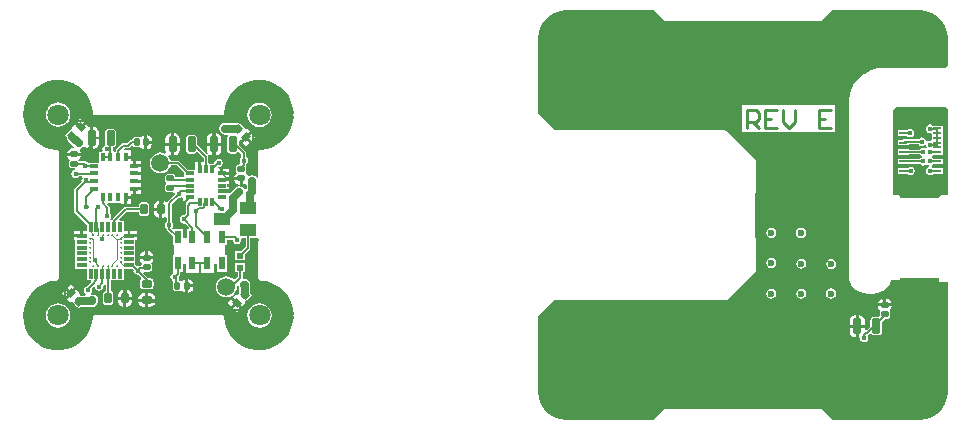
<source format=gtl>
G04 Layer_Physical_Order=1*
G04 Layer_Color=255*
%FSAX42Y42*%
%MOMM*%
G71*
G01*
G75*
G04:AMPARAMS|DCode=10|XSize=0.23mm|YSize=0.23mm|CornerRadius=0.06mm|HoleSize=0mm|Usage=FLASHONLY|Rotation=180.000|XOffset=0mm|YOffset=0mm|HoleType=Round|Shape=RoundedRectangle|*
%AMROUNDEDRECTD10*
21,1,0.23,0.11,0,0,180.0*
21,1,0.11,0.23,0,0,180.0*
1,1,0.11,-0.06,0.06*
1,1,0.11,0.06,0.06*
1,1,0.11,0.06,-0.06*
1,1,0.11,-0.06,-0.06*
%
%ADD10ROUNDEDRECTD10*%
G04:AMPARAMS|DCode=11|XSize=0.23mm|YSize=0.23mm|CornerRadius=0.06mm|HoleSize=0mm|Usage=FLASHONLY|Rotation=90.000|XOffset=0mm|YOffset=0mm|HoleType=Round|Shape=RoundedRectangle|*
%AMROUNDEDRECTD11*
21,1,0.23,0.11,0,0,90.0*
21,1,0.11,0.23,0,0,90.0*
1,1,0.11,0.06,0.06*
1,1,0.11,0.06,-0.06*
1,1,0.11,-0.06,-0.06*
1,1,0.11,-0.06,0.06*
%
%ADD11ROUNDEDRECTD11*%
%ADD12R,0.81X0.30*%
%ADD13R,0.30X0.81*%
%ADD14R,1.42X1.02*%
%ADD15R,0.61X0.51*%
G04:AMPARAMS|DCode=16|XSize=0.51mm|YSize=0.61mm|CornerRadius=0mm|HoleSize=0mm|Usage=FLASHONLY|Rotation=225.000|XOffset=0mm|YOffset=0mm|HoleType=Round|Shape=Rectangle|*
%AMROTATEDRECTD16*
4,1,4,-0.04,0.40,0.40,-0.04,0.04,-0.40,-0.40,0.04,-0.04,0.40,0.0*
%
%ADD16ROTATEDRECTD16*%

G04:AMPARAMS|DCode=17|XSize=0.51mm|YSize=0.61mm|CornerRadius=0mm|HoleSize=0mm|Usage=FLASHONLY|Rotation=315.000|XOffset=0mm|YOffset=0mm|HoleType=Round|Shape=Rectangle|*
%AMROTATEDRECTD17*
4,1,4,-0.40,-0.04,0.04,0.40,0.40,0.04,-0.04,-0.40,-0.40,-0.04,0.0*
%
%ADD17ROTATEDRECTD17*%

G04:AMPARAMS|DCode=18|XSize=0.51mm|YSize=0.61mm|CornerRadius=0.13mm|HoleSize=0mm|Usage=FLASHONLY|Rotation=90.000|XOffset=0mm|YOffset=0mm|HoleType=Round|Shape=RoundedRectangle|*
%AMROUNDEDRECTD18*
21,1,0.51,0.36,0,0,90.0*
21,1,0.25,0.61,0,0,90.0*
1,1,0.25,0.18,0.13*
1,1,0.25,0.18,-0.13*
1,1,0.25,-0.18,-0.13*
1,1,0.25,-0.18,0.13*
%
%ADD18ROUNDEDRECTD18*%
G04:AMPARAMS|DCode=19|XSize=0.61mm|YSize=0.91mm|CornerRadius=0.15mm|HoleSize=0mm|Usage=FLASHONLY|Rotation=270.000|XOffset=0mm|YOffset=0mm|HoleType=Round|Shape=RoundedRectangle|*
%AMROUNDEDRECTD19*
21,1,0.61,0.61,0,0,270.0*
21,1,0.30,0.91,0,0,270.0*
1,1,0.30,-0.30,-0.15*
1,1,0.30,-0.30,0.15*
1,1,0.30,0.30,0.15*
1,1,0.30,0.30,-0.15*
%
%ADD19ROUNDEDRECTD19*%
G04:AMPARAMS|DCode=20|XSize=0.61mm|YSize=0.91mm|CornerRadius=0.15mm|HoleSize=0mm|Usage=FLASHONLY|Rotation=0.000|XOffset=0mm|YOffset=0mm|HoleType=Round|Shape=RoundedRectangle|*
%AMROUNDEDRECTD20*
21,1,0.61,0.61,0,0,0.0*
21,1,0.30,0.91,0,0,0.0*
1,1,0.30,0.15,-0.30*
1,1,0.30,-0.15,-0.30*
1,1,0.30,-0.15,0.30*
1,1,0.30,0.15,0.30*
%
%ADD20ROUNDEDRECTD20*%
G04:AMPARAMS|DCode=21|XSize=0.71mm|YSize=1.32mm|CornerRadius=0.18mm|HoleSize=0mm|Usage=FLASHONLY|Rotation=180.000|XOffset=0mm|YOffset=0mm|HoleType=Round|Shape=RoundedRectangle|*
%AMROUNDEDRECTD21*
21,1,0.71,0.97,0,0,180.0*
21,1,0.36,1.32,0,0,180.0*
1,1,0.36,-0.18,0.48*
1,1,0.36,0.18,0.48*
1,1,0.36,0.18,-0.48*
1,1,0.36,-0.18,-0.48*
%
%ADD21ROUNDEDRECTD21*%
G04:AMPARAMS|DCode=22|XSize=0.51mm|YSize=0.61mm|CornerRadius=0.13mm|HoleSize=0mm|Usage=FLASHONLY|Rotation=0.000|XOffset=0mm|YOffset=0mm|HoleType=Round|Shape=RoundedRectangle|*
%AMROUNDEDRECTD22*
21,1,0.51,0.36,0,0,0.0*
21,1,0.25,0.61,0,0,0.0*
1,1,0.25,0.13,-0.18*
1,1,0.25,-0.13,-0.18*
1,1,0.25,-0.13,0.18*
1,1,0.25,0.13,0.18*
%
%ADD22ROUNDEDRECTD22*%
%ADD23R,0.70X0.20*%
%ADD24R,0.66X0.30*%
%ADD25R,0.30X0.66*%
%ADD26R,0.61X1.12*%
%ADD27C,0.12*%
%ADD28C,0.15*%
%ADD29C,0.70*%
%ADD30C,1.00*%
%ADD31C,0.25*%
%ADD32C,1.80*%
%ADD33C,4.10*%
%ADD34C,0.45*%
%ADD35C,1.50*%
%ADD36C,0.60*%
G36*
X013432Y007396D02*
Y006669D01*
X013375D01*
X013365Y006665D01*
X013361Y006655D01*
Y006643D01*
X013032D01*
Y006655D01*
X013028Y006665D01*
X013019Y006669D01*
X012965D01*
Y007371D01*
X012966Y007381D01*
X012970Y007390D01*
X012975Y007397D01*
X012988Y007407D01*
X013003Y007413D01*
X013020Y007415D01*
X013414D01*
X013432Y007396D01*
D02*
G37*
G36*
X006955Y006645D02*
Y006609D01*
X006975D01*
X006979Y006606D01*
X006986Y006596D01*
X006981Y006589D01*
X006980Y006581D01*
Y006508D01*
X006970Y006499D01*
X006966Y006500D01*
X006953Y006497D01*
X006941Y006490D01*
X006933Y006478D01*
X006930Y006464D01*
X006933Y006450D01*
X006941Y006439D01*
X006953Y006431D01*
X006966Y006428D01*
X006972Y006429D01*
X007008Y006393D01*
X007003Y006380D01*
X006993D01*
Y006304D01*
X006955D01*
Y006380D01*
X006875D01*
X006867Y006391D01*
X006873Y006400D01*
X006876Y006414D01*
X006873Y006427D01*
X006866Y006439D01*
X006861Y006442D01*
Y006590D01*
X006916Y006645D01*
X006921Y006644D01*
X006935Y006647D01*
X006942Y006651D01*
X006955Y006645D01*
D02*
G37*
G36*
X005974Y007636D02*
X006025Y007618D01*
X006072Y007591D01*
X006112Y007556D01*
X006146Y007514D01*
X006172Y007467D01*
X006189Y007415D01*
X006196Y007360D01*
X006197Y007358D01*
X006197Y007356D01*
X006198Y007355D01*
X006198Y007354D01*
X006199Y007353D01*
X006201Y007351D01*
X006202Y007350D01*
X006202Y007349D01*
X006204Y007348D01*
X006206Y007347D01*
X006207Y007347D01*
X006208Y007346D01*
X006210Y007346D01*
X006213Y007346D01*
X007288Y007346D01*
X007290Y007346D01*
X007292Y007346D01*
X007293Y007347D01*
X007294Y007347D01*
X007296Y007348D01*
X007298Y007349D01*
X007299Y007350D01*
X007300Y007351D01*
X007301Y007353D01*
X007302Y007354D01*
X007303Y007355D01*
X007303Y007356D01*
X007304Y007358D01*
X007304Y007360D01*
X007312Y007415D01*
X007328Y007466D01*
X007354Y007513D01*
X007388Y007555D01*
X007428Y007590D01*
X007475Y007617D01*
X007525Y007635D01*
X007578Y007643D01*
X007632Y007642D01*
X007684Y007632D01*
X007734Y007612D01*
X007779Y007583D01*
X007819Y007547D01*
X007851Y007504D01*
X007875Y007456D01*
X007889Y007404D01*
X007894Y007356D01*
X007894Y007356D01*
X007894Y007355D01*
X007893Y007354D01*
X007893Y007354D01*
X007893Y007353D01*
X007893Y007353D01*
X007893Y007352D01*
X007893Y007351D01*
X007893Y007351D01*
X007893Y007350D01*
X007893Y007350D01*
X007893Y007349D01*
X007893Y007349D01*
X007893Y007348D01*
X007893Y007347D01*
X007893Y007347D01*
X007893Y007346D01*
X007893Y007346D01*
X007893Y007345D01*
X007893Y007345D01*
X007893Y007344D01*
X007894Y007343D01*
X007894Y007343D01*
X007894Y007342D01*
X007889Y007292D01*
X007873Y007238D01*
X007847Y007188D01*
X007812Y007144D01*
X007769Y007108D01*
X007720Y007080D01*
X007667Y007062D01*
X007610Y007054D01*
X007608Y007053D01*
X007606Y007053D01*
X007605Y007052D01*
X007604Y007052D01*
X007602Y007051D01*
X007600Y007049D01*
X007600Y007048D01*
X007599Y007048D01*
X007598Y007046D01*
X007597Y007044D01*
X007596Y007043D01*
X007596Y007042D01*
X007596Y007040D01*
X007595Y007037D01*
Y006822D01*
X007583Y006818D01*
X007580Y006822D01*
X007564Y006833D01*
X007546Y006836D01*
X007527Y006833D01*
X007519Y006827D01*
X007505Y006833D01*
X007504Y006838D01*
X007495Y006850D01*
X007495Y006851D01*
X007492Y006867D01*
X007494Y006877D01*
Y006903D01*
X007492Y006913D01*
X007491Y006914D01*
X007492Y006915D01*
X007493Y006923D01*
Y006934D01*
X007498Y006937D01*
X007506Y006948D01*
X007509Y006962D01*
X007506Y006976D01*
X007498Y006988D01*
X007493Y006991D01*
Y007022D01*
X007492Y007030D01*
X007487Y007037D01*
X007429Y007095D01*
Y007128D01*
X007441Y007133D01*
X007446Y007128D01*
X007485Y007167D01*
X007525Y007207D01*
X007498Y007234D01*
X007490Y007226D01*
X007480Y007233D01*
X007480Y007234D01*
X007468Y007245D01*
X007468Y007248D01*
X007457Y007264D01*
X007441Y007274D01*
X007438Y007275D01*
X007426Y007287D01*
X007417Y007278D01*
X007326D01*
X007312Y007281D01*
X007293Y007277D01*
X007277Y007267D01*
X007267Y007251D01*
X007263Y007232D01*
X007267Y007214D01*
X007277Y007198D01*
X007280Y007195D01*
X007280Y007195D01*
X007296Y007185D01*
X007315Y007181D01*
X007315Y007181D01*
X007333D01*
X007337Y007176D01*
X007339Y007168D01*
X007334Y007160D01*
X007331Y007148D01*
Y007052D01*
X007334Y007040D01*
X007340Y007030D01*
X007350Y007023D01*
X007362Y007021D01*
X007398D01*
X007410Y007023D01*
X007420Y007030D01*
X007421Y007031D01*
X007433Y007032D01*
X007452Y007014D01*
Y006991D01*
X007447Y006988D01*
X007440Y006976D01*
X007437Y006962D01*
X007440Y006948D01*
X007444Y006941D01*
X007438Y006929D01*
X007432D01*
X007422Y006927D01*
X007414Y006921D01*
X007408Y006913D01*
X007406Y006903D01*
Y006877D01*
X007408Y006867D01*
X007414Y006859D01*
Y006856D01*
X007405Y006850D01*
X007396Y006838D01*
X007393Y006823D01*
Y006823D01*
X007450D01*
Y006810D01*
X007463D01*
Y006758D01*
X007468D01*
X007483Y006761D01*
X007484Y006763D01*
X007497Y006756D01*
Y006722D01*
X007491Y006717D01*
X007476Y006719D01*
X007470Y006728D01*
X007454Y006739D01*
X007435Y006742D01*
X007417Y006739D01*
X007401Y006728D01*
X007358Y006686D01*
X007354Y006687D01*
X007287D01*
Y006713D01*
X007346D01*
Y006741D01*
X007333D01*
Y006760D01*
X007346D01*
Y006788D01*
X007287D01*
Y006814D01*
X007346D01*
Y006839D01*
X007287D01*
Y006852D01*
X007274D01*
Y006892D01*
X007261D01*
X007255Y006905D01*
X007259Y006909D01*
X007259Y006908D01*
X007273Y006911D01*
X007285Y006919D01*
X007292Y006931D01*
X007295Y006944D01*
X007292Y006958D01*
X007285Y006970D01*
X007273Y006978D01*
X007259Y006980D01*
X007246Y006978D01*
X007234Y006970D01*
X007226Y006958D01*
X007223Y006944D01*
X007224Y006943D01*
X007215Y006933D01*
X007184D01*
X007173Y006942D01*
Y006993D01*
X007172Y007000D01*
X007167Y007007D01*
X007167Y007008D01*
X007179Y007015D01*
X007185Y007011D01*
X007202Y007008D01*
X007207D01*
Y007087D01*
X007158D01*
Y007052D01*
X007162Y007035D01*
X007168Y007026D01*
X007167Y007019D01*
X007160Y007014D01*
X007079Y007095D01*
Y007148D01*
X007076Y007160D01*
X007070Y007170D01*
X007060Y007177D01*
X007048Y007179D01*
X007012D01*
X007000Y007177D01*
X006990Y007170D01*
X006984Y007160D01*
X006981Y007148D01*
Y007052D01*
X006984Y007040D01*
X006990Y007030D01*
X007000Y007023D01*
X007012Y007021D01*
X007048D01*
X007060Y007023D01*
X007070Y007030D01*
X007071Y007031D01*
X007083Y007032D01*
X007132Y006984D01*
Y006949D01*
X007131Y006948D01*
X007131Y006946D01*
X007113D01*
Y006887D01*
X007087D01*
Y006946D01*
X007059D01*
Y006892D01*
X007059Y006880D01*
X007004D01*
X006927Y006956D01*
X006921Y006961D01*
X006913Y006962D01*
X006852D01*
X006852Y006965D01*
X006843Y006986D01*
X006834Y006998D01*
X006841Y007010D01*
X006852Y007008D01*
X006857D01*
Y007087D01*
X006808D01*
Y007052D01*
X006812Y007035D01*
X006814Y007031D01*
X006806Y007020D01*
X006789Y007027D01*
X006767Y007030D01*
X006744Y007027D01*
X006722Y007018D01*
X006704Y007004D01*
X006690Y006986D01*
X006681Y006965D01*
X006678Y006942D01*
X006681Y006919D01*
X006690Y006898D01*
X006704Y006879D01*
X006722Y006865D01*
X006744Y006856D01*
X006767Y006853D01*
X006789Y006856D01*
X006811Y006865D01*
X006829Y006879D01*
X006843Y006898D01*
X006852Y006919D01*
X006852Y006921D01*
X006904D01*
X006967Y006858D01*
Y006821D01*
X006894D01*
Y006824D01*
X006892Y006834D01*
X006886Y006843D01*
X006878Y006848D01*
X006868Y006850D01*
X006833D01*
X006823Y006848D01*
X006814Y006843D01*
X006809Y006834D01*
X006807Y006824D01*
Y006799D01*
X006809Y006789D01*
X006814Y006781D01*
X006817Y006779D01*
Y006764D01*
X006814Y006763D01*
X006809Y006754D01*
X006807Y006744D01*
Y006719D01*
X006809Y006709D01*
X006814Y006701D01*
X006823Y006695D01*
X006833Y006693D01*
X006868D01*
X006876Y006695D01*
X006883Y006689D01*
X006887Y006685D01*
X006886Y006680D01*
X006887Y006675D01*
X006827Y006614D01*
X006815Y006610D01*
X006811Y006612D01*
X006801Y006619D01*
X006785Y006622D01*
X006783D01*
Y006550D01*
Y006478D01*
X006785D01*
X006801Y006481D01*
X006807Y006485D01*
X006820Y006478D01*
Y006442D01*
X006815Y006439D01*
X006807Y006427D01*
X006804Y006414D01*
X006807Y006400D01*
X006815Y006388D01*
X006820Y006385D01*
Y006384D01*
X006821Y006376D01*
X006826Y006369D01*
X006869Y006326D01*
Y006243D01*
X006883D01*
Y006159D01*
X006869D01*
Y006021D01*
X006869D01*
X006871Y006009D01*
X006871Y006009D01*
X006861Y006002D01*
X006853Y005990D01*
X006850Y005977D01*
X006853Y005963D01*
X006861Y005951D01*
X006871Y005945D01*
X006871Y005945D01*
X006873Y005939D01*
X006875Y005930D01*
X006873Y005928D01*
X006871Y005918D01*
Y005882D01*
X006873Y005872D01*
X006879Y005864D01*
X006887Y005858D01*
X006897Y005856D01*
X006923D01*
X006933Y005858D01*
X006949Y005855D01*
X006950Y005855D01*
X006962Y005846D01*
X006977Y005843D01*
Y005900D01*
Y005957D01*
X006962Y005954D01*
X006950Y005945D01*
X006949Y005945D01*
X006933Y005942D01*
X006923Y005944D01*
X006921D01*
Y005963D01*
X006920Y005966D01*
X006922Y005977D01*
X006921Y005982D01*
X006927Y005988D01*
X006927Y005988D01*
X006931Y005995D01*
X006933Y006003D01*
X006933Y006003D01*
Y006021D01*
X006955D01*
Y006088D01*
X006981D01*
Y006009D01*
X007092D01*
Y006088D01*
X007107D01*
Y006009D01*
X007218D01*
Y006088D01*
X007244D01*
Y006021D01*
X007331D01*
Y006159D01*
X007315D01*
Y006243D01*
X007331D01*
Y006291D01*
X007379D01*
X007381Y006277D01*
X007389Y006266D01*
X007401Y006258D01*
X007415Y006255D01*
X007428Y006258D01*
X007440Y006266D01*
X007448Y006277D01*
X007450Y006291D01*
X007450Y006295D01*
X007460Y006308D01*
X007487D01*
Y006229D01*
X007451Y006192D01*
X007399D01*
Y006116D01*
X007485D01*
Y006168D01*
X007523Y006205D01*
X007527Y006212D01*
X007529Y006220D01*
Y006308D01*
X007585D01*
X007597Y006298D01*
X007597Y006285D01*
X007597Y006285D01*
X007597Y006285D01*
X007597Y006285D01*
X007596Y006284D01*
X007596Y006284D01*
X007596Y006283D01*
X007596Y006283D01*
X007595Y006282D01*
X007595Y006281D01*
X007595Y006281D01*
X007594Y006280D01*
X007594Y006280D01*
X007594Y006279D01*
X007594Y006279D01*
X007594Y006278D01*
X007594Y006277D01*
X007594Y006277D01*
X007594Y006276D01*
X007594Y006276D01*
X007594Y006275D01*
X007594Y006275D01*
X007594Y006274D01*
X007594Y006273D01*
X007594Y006273D01*
X007594Y006272D01*
X007594Y006272D01*
X007594Y006271D01*
X007594Y006271D01*
X007594Y006270D01*
X007594Y006269D01*
X007594Y006269D01*
X007594Y006268D01*
X007595Y006268D01*
X007595Y006267D01*
X007595Y006267D01*
X007595Y006266D01*
Y005962D01*
X007596Y005960D01*
X007596Y005958D01*
X007596Y005957D01*
X007597Y005956D01*
X007598Y005954D01*
X007599Y005952D01*
X007600Y005951D01*
X007600Y005950D01*
X007602Y005949D01*
X007604Y005948D01*
X007605Y005947D01*
X007606Y005947D01*
X007608Y005946D01*
X007610Y005946D01*
X007667Y005938D01*
X007720Y005920D01*
X007769Y005892D01*
X007812Y005856D01*
X007847Y005812D01*
X007873Y005762D01*
X007889Y005708D01*
X007894Y005657D01*
X007894Y005657D01*
X007894Y005657D01*
X007894Y005656D01*
X007893Y005655D01*
X007893Y005655D01*
X007893Y005654D01*
X007893Y005654D01*
X007893Y005653D01*
X007893Y005652D01*
X007893Y005652D01*
X007893Y005651D01*
X007893Y005651D01*
X007893Y005650D01*
X007893Y005650D01*
X007893Y005649D01*
X007893Y005648D01*
X007893Y005647D01*
X007893Y005647D01*
X007893Y005646D01*
X007893Y005646D01*
X007894Y005646D01*
X007894Y005645D01*
X007894Y005644D01*
X007894Y005644D01*
X007889Y005595D01*
X007875Y005544D01*
X007851Y005496D01*
X007819Y005453D01*
X007779Y005417D01*
X007734Y005388D01*
X007684Y005368D01*
X007632Y005357D01*
X007578Y005356D01*
X007525Y005365D01*
X007475Y005383D01*
X007428Y005410D01*
X007388Y005445D01*
X007354Y005487D01*
X007328Y005534D01*
X007312Y005585D01*
X007304Y005639D01*
X007304Y005641D01*
X007303Y005644D01*
X007303Y005645D01*
X007302Y005646D01*
X007301Y005647D01*
X007300Y005649D01*
X007299Y005650D01*
X007298Y005651D01*
X007296Y005652D01*
X007294Y005653D01*
X007293Y005653D01*
X007292Y005653D01*
X007290Y005654D01*
X007288Y005654D01*
X006213D01*
X006210Y005654D01*
X006208Y005653D01*
X006207Y005653D01*
X006206Y005653D01*
X006204Y005652D01*
X006202Y005651D01*
X006202Y005650D01*
X006201Y005649D01*
X006199Y005647D01*
X006198Y005646D01*
X006198Y005645D01*
X006197Y005644D01*
X006197Y005641D01*
X006196Y005639D01*
X006189Y005584D01*
X006172Y005533D01*
X006146Y005486D01*
X006112Y005444D01*
X006072Y005409D01*
X006025Y005382D01*
X005974Y005364D01*
X005921Y005355D01*
X005867Y005356D01*
X005814Y005367D01*
X005764Y005387D01*
X005719Y005416D01*
X005680Y005453D01*
X005647Y005496D01*
X005624Y005544D01*
X005609Y005596D01*
X005604Y005650D01*
X005610Y005706D01*
X005626Y005760D01*
X005652Y005810D01*
X005687Y005855D01*
X005730Y005892D01*
X005779Y005920D01*
X005832Y005938D01*
X005890Y005946D01*
X005892Y005946D01*
X005894Y005947D01*
X005895Y005947D01*
X005896Y005948D01*
X005898Y005949D01*
X005899Y005950D01*
X005900Y005951D01*
X005901Y005952D01*
X005902Y005954D01*
X005903Y005956D01*
X005903Y005957D01*
X005904Y005958D01*
X005904Y005960D01*
X005904Y005962D01*
Y007037D01*
X005904Y007040D01*
X005904Y007042D01*
X005903Y007043D01*
X005903Y007044D01*
X005902Y007046D01*
X005901Y007048D01*
X005900Y007048D01*
X005899Y007049D01*
X005898Y007051D01*
X005896Y007052D01*
X005895Y007052D01*
X005894Y007053D01*
X005892Y007053D01*
X005890Y007054D01*
X005832Y007062D01*
X005779Y007080D01*
X005730Y007108D01*
X005687Y007145D01*
X005652Y007189D01*
X005626Y007240D01*
X005610Y007294D01*
X005604Y007350D01*
X005609Y007404D01*
X005624Y007455D01*
X005647Y007504D01*
X005680Y007547D01*
X005719Y007584D01*
X005764Y007613D01*
X005814Y007633D01*
X005867Y007644D01*
X005921Y007645D01*
X005974Y007636D01*
D02*
G37*
G36*
X013251Y008227D02*
X013300Y008210D01*
X013345Y008182D01*
X013382Y008145D01*
X013409Y008101D01*
X013427Y008052D01*
X013432Y007999D01*
Y007770D01*
X013411Y007749D01*
X012897D01*
X012896Y007748D01*
X012895Y007748D01*
X012839Y007743D01*
X012838Y007742D01*
X012836Y007742D01*
X012782Y007726D01*
X012781Y007725D01*
X012779Y007725D01*
X012730Y007698D01*
X012728Y007697D01*
X012727Y007696D01*
X012684Y007661D01*
X012683Y007660D01*
X012682Y007660D01*
X012675Y007652D01*
X012674Y007651D01*
X012673Y007650D01*
X012633Y007598D01*
X012632Y007596D01*
X012631Y007595D01*
X012606Y007534D01*
X012606Y007532D01*
X012605Y007530D01*
X012596Y007465D01*
X012596Y007464D01*
X012596Y007462D01*
Y005971D01*
X012596Y005970D01*
X012596Y005969D01*
X012600Y005942D01*
X012601Y005940D01*
X012601Y005938D01*
X012611Y005913D01*
X012613Y005911D01*
X012614Y005909D01*
X012630Y005888D01*
X012632Y005886D01*
X012633Y005884D01*
X012669Y005857D01*
X012671Y005856D01*
X012673Y005855D01*
X012715Y005837D01*
X012717Y005837D01*
X012719Y005836D01*
X012764Y005830D01*
X012765Y005830D01*
X012766Y005830D01*
X012789D01*
X012790Y005830D01*
X012791Y005830D01*
X012833Y005836D01*
X012835Y005837D01*
X012838Y005837D01*
X012877Y005854D01*
X012879Y005855D01*
X012881Y005856D01*
X012915Y005882D01*
X012917Y005884D01*
X012918Y005885D01*
X012942Y005916D01*
X012943Y005918D01*
X012944Y005919D01*
X012956Y005948D01*
X013019D01*
X013028Y005952D01*
X013032Y005961D01*
Y005970D01*
X013361D01*
Y005944D01*
X013365Y005935D01*
X013375Y005931D01*
X013432D01*
Y005001D01*
X013427Y004948D01*
X013409Y004899D01*
X013382Y004855D01*
X013345Y004818D01*
X013300Y004790D01*
X013251Y004773D01*
X013198Y004767D01*
X012456D01*
X012367Y004856D01*
X012362Y004860D01*
X012355Y004861D01*
X011043D01*
X011037Y004860D01*
X011032Y004856D01*
X010942Y004767D01*
X010200D01*
X010147Y004773D01*
X010098Y004790D01*
X010054Y004818D01*
X010017Y004855D01*
X009989Y004899D01*
X009972Y004948D01*
X009966Y005001D01*
Y005643D01*
X010106Y005783D01*
X011557D01*
X011564Y005784D01*
X011569Y005788D01*
X011802Y006021D01*
X011806Y006026D01*
X011807Y006032D01*
Y006300D01*
X011806Y006306D01*
X011803Y006310D01*
Y006350D01*
X011801Y006355D01*
X011800Y006685D01*
X011804Y006688D01*
X011808Y006693D01*
X011809Y006700D01*
Y006957D01*
X011808Y006963D01*
X011804Y006969D01*
X011561Y007212D01*
X011556Y007215D01*
X011549Y007217D01*
X010106D01*
X009966Y007357D01*
Y007999D01*
X009972Y008052D01*
X009989Y008101D01*
X010017Y008145D01*
X010054Y008182D01*
X010098Y008210D01*
X010147Y008227D01*
X010200Y008233D01*
X010942D01*
X011032Y008144D01*
X011037Y008140D01*
X011043Y008139D01*
X012355D01*
X012362Y008140D01*
X012367Y008144D01*
X012456Y008233D01*
X013198D01*
X013251Y008227D01*
D02*
G37*
%LPC*%
G36*
X005962Y005867D02*
X005931Y005836D01*
X005958Y005809D01*
X005989Y005840D01*
X005962Y005867D01*
D02*
G37*
G36*
X007042Y005887D02*
X007003D01*
Y005843D01*
X007018Y005846D01*
X007030Y005855D01*
X007039Y005867D01*
X007042Y005882D01*
Y005887D01*
D02*
G37*
G36*
X006010Y005915D02*
X005980Y005885D01*
X006007Y005858D01*
X006037Y005888D01*
X006010Y005915D01*
D02*
G37*
G36*
X006680Y005837D02*
X006663D01*
Y005793D01*
X006722D01*
Y005795D01*
X006719Y005811D01*
X006710Y005825D01*
X006696Y005834D01*
X006680Y005837D01*
D02*
G37*
G36*
X006637D02*
X006620D01*
X006604Y005834D01*
X006590Y005825D01*
X006581Y005811D01*
X006578Y005795D01*
Y005793D01*
X006637D01*
Y005837D01*
D02*
G37*
G36*
X006481Y005868D02*
X006478D01*
Y005809D01*
X006522D01*
Y005827D01*
X006519Y005843D01*
X006510Y005856D01*
X006497Y005865D01*
X006481Y005868D01*
D02*
G37*
G36*
X006453D02*
X006450D01*
X006435Y005865D01*
X006421Y005856D01*
X006412Y005843D01*
X006409Y005827D01*
Y005809D01*
X006453D01*
Y005868D01*
D02*
G37*
G36*
X012446Y006127D02*
X012429Y006124D01*
X012415Y006114D01*
X012406Y006100D01*
X012402Y006083D01*
X012406Y006067D01*
X012415Y006053D01*
X012429Y006043D01*
X012446Y006040D01*
X012463Y006043D01*
X012477Y006053D01*
X012486Y006067D01*
X012490Y006083D01*
X012486Y006100D01*
X012477Y006114D01*
X012463Y006124D01*
X012446Y006127D01*
D02*
G37*
G36*
X012192Y006132D02*
X012175Y006129D01*
X012161Y006119D01*
X012152Y006105D01*
X012148Y006088D01*
X012152Y006072D01*
X012161Y006058D01*
X012175Y006048D01*
X012192Y006045D01*
X012209Y006048D01*
X012223Y006058D01*
X012232Y006072D01*
X012236Y006088D01*
X012232Y006105D01*
X012223Y006119D01*
X012209Y006129D01*
X012192Y006132D01*
D02*
G37*
G36*
X011938Y006137D02*
X011921Y006134D01*
X011907Y006124D01*
X011898Y006110D01*
X011894Y006093D01*
X011898Y006077D01*
X011907Y006063D01*
X011921Y006053D01*
X011938Y006050D01*
X011955Y006053D01*
X011969Y006063D01*
X011978Y006077D01*
X011982Y006093D01*
X011978Y006110D01*
X011969Y006124D01*
X011955Y006134D01*
X011938Y006137D01*
D02*
G37*
G36*
X007485Y006092D02*
X007399D01*
Y006015D01*
X007422D01*
Y005978D01*
X007399Y005955D01*
X007388Y005956D01*
X007370Y005970D01*
X007348Y005978D01*
X007325Y005981D01*
X007303Y005978D01*
X007281Y005970D01*
X007263Y005956D01*
X007249Y005937D01*
X007240Y005916D01*
X007237Y005893D01*
X007240Y005870D01*
X007249Y005849D01*
X007263Y005830D01*
X007281Y005816D01*
X007303Y005808D01*
X007325Y005805D01*
X007348Y005808D01*
X007370Y005816D01*
X007388Y005830D01*
X007402Y005849D01*
X007411Y005870D01*
X007414Y005893D01*
X007412Y005903D01*
X007417Y005907D01*
X007431Y005901D01*
X007431Y005900D01*
Y005837D01*
X007425Y005831D01*
X007415Y005823D01*
X007407Y005831D01*
X007380Y005804D01*
X007420Y005765D01*
X007459Y005725D01*
X007486Y005752D01*
X007479Y005760D01*
X007486Y005769D01*
X007498Y005782D01*
X007498Y005782D01*
X007514Y005793D01*
X007525Y005808D01*
X007525Y005808D01*
X007540Y005823D01*
X007528Y005835D01*
Y005910D01*
X007525Y005928D01*
X007514Y005944D01*
X007514Y005944D01*
X007512Y005947D01*
X007496Y005957D01*
X007477Y005961D01*
X007474Y005960D01*
X007464Y005968D01*
X007463Y005971D01*
Y006015D01*
X007485D01*
Y006092D01*
D02*
G37*
G36*
X007003Y005957D02*
Y005913D01*
X007042D01*
Y005918D01*
X007039Y005933D01*
X007030Y005945D01*
X007018Y005954D01*
X007003Y005957D01*
D02*
G37*
G36*
X006668Y006192D02*
X006663D01*
Y006153D01*
X006707D01*
X006704Y006168D01*
X006695Y006180D01*
X006683Y006189D01*
X006668Y006192D01*
D02*
G37*
G36*
X006637D02*
X006632D01*
X006617Y006189D01*
X006605Y006180D01*
X006596Y006168D01*
X006593Y006153D01*
D01*
X006637D01*
Y006192D01*
D02*
G37*
G36*
X012443Y005879D02*
X012427Y005876D01*
X012413Y005866D01*
X012403Y005852D01*
X012400Y005835D01*
X012403Y005819D01*
X012413Y005805D01*
X012427Y005795D01*
X012443Y005792D01*
X012460Y005795D01*
X012474Y005805D01*
X012484Y005819D01*
X012487Y005835D01*
X012484Y005852D01*
X012474Y005866D01*
X012460Y005876D01*
X012443Y005879D01*
D02*
G37*
G36*
X012957Y005727D02*
X012900D01*
X012843D01*
Y005727D01*
X012846Y005712D01*
X012855Y005700D01*
X012855Y005699D01*
X012858Y005683D01*
X012856Y005673D01*
Y005650D01*
X012851Y005644D01*
X012845Y005639D01*
X012844Y005639D01*
X012808D01*
X012796Y005637D01*
X012786Y005630D01*
X012780Y005620D01*
X012777Y005608D01*
Y005556D01*
X012750Y005529D01*
X012746Y005530D01*
X012741Y005529D01*
X012732Y005534D01*
X012728Y005537D01*
Y005547D01*
X012679D01*
Y005467D01*
X012688Y005458D01*
X012691Y005445D01*
X012699Y005433D01*
X012711Y005425D01*
X012724Y005422D01*
X012738Y005425D01*
X012750Y005433D01*
X012758Y005445D01*
X012760Y005458D01*
X012758Y005472D01*
X012760Y005483D01*
X012767Y005488D01*
X012770Y005491D01*
X012786Y005490D01*
X012796Y005483D01*
X012808Y005481D01*
X012844D01*
X012856Y005483D01*
X012866Y005490D01*
X012872Y005500D01*
X012875Y005512D01*
Y005596D01*
X012901Y005621D01*
X012918D01*
X012928Y005623D01*
X012936Y005629D01*
X012942Y005637D01*
X012944Y005647D01*
Y005673D01*
X012942Y005683D01*
X012945Y005699D01*
X012945Y005700D01*
X012954Y005712D01*
X012957Y005727D01*
Y005727D01*
D02*
G37*
G36*
X012684Y005652D02*
X012679D01*
Y005573D01*
X012728D01*
Y005608D01*
X012724Y005625D01*
X012715Y005639D01*
X012701Y005649D01*
X012684Y005652D01*
D02*
G37*
G36*
X006637Y005767D02*
X006578D01*
Y005765D01*
X006581Y005749D01*
X006590Y005735D01*
X006604Y005726D01*
X006620Y005723D01*
X006637D01*
Y005767D01*
D02*
G37*
G36*
X007411Y005738D02*
X007384Y005711D01*
X007414Y005680D01*
X007441Y005707D01*
X007411Y005738D01*
D02*
G37*
G36*
X007606Y005754D02*
X007579Y005750D01*
X007554Y005740D01*
X007533Y005723D01*
X007516Y005702D01*
X007506Y005677D01*
X007502Y005650D01*
X007506Y005623D01*
X007516Y005598D01*
X007533Y005577D01*
X007554Y005560D01*
X007579Y005550D01*
X007606Y005546D01*
X007633Y005550D01*
X007658Y005560D01*
X007679Y005577D01*
X007696Y005598D01*
X007706Y005623D01*
X007710Y005650D01*
X007706Y005677D01*
X007696Y005702D01*
X007679Y005723D01*
X007658Y005740D01*
X007633Y005750D01*
X007606Y005754D01*
D02*
G37*
G36*
X012653Y005547D02*
X012604D01*
Y005512D01*
X012608Y005495D01*
X012617Y005481D01*
X012631Y005471D01*
X012648Y005468D01*
X012653D01*
Y005547D01*
D02*
G37*
G36*
Y005652D02*
X012648D01*
X012631Y005649D01*
X012617Y005639D01*
X012608Y005625D01*
X012604Y005608D01*
Y005573D01*
X012653D01*
Y005652D01*
D02*
G37*
G36*
X005900Y005754D02*
X005874Y005751D01*
X005849Y005740D01*
X005827Y005724D01*
X005811Y005702D01*
X005800Y005678D01*
X005797Y005651D01*
X005800Y005624D01*
X005811Y005599D01*
X005827Y005577D01*
X005849Y005561D01*
X005874Y005551D01*
X005900Y005547D01*
X005927Y005551D01*
X005952Y005561D01*
X005974Y005577D01*
X005990Y005599D01*
X006000Y005624D01*
X006004Y005651D01*
X006000Y005678D01*
X005990Y005702D01*
X005974Y005724D01*
X005952Y005740D01*
X005927Y005751D01*
X005900Y005754D01*
D02*
G37*
G36*
X012918Y005792D02*
X012913D01*
Y005753D01*
X012957D01*
X012954Y005768D01*
X012945Y005780D01*
X012933Y005789D01*
X012918Y005792D01*
D02*
G37*
G36*
X012887D02*
X012882D01*
X012867Y005789D01*
X012855Y005780D01*
X012846Y005768D01*
X012843Y005753D01*
X012887D01*
Y005792D01*
D02*
G37*
G36*
X012192Y005878D02*
X012175Y005875D01*
X012161Y005865D01*
X012152Y005851D01*
X012148Y005835D01*
X012152Y005818D01*
X012161Y005804D01*
X012175Y005794D01*
X012192Y005791D01*
X012209Y005794D01*
X012223Y005804D01*
X012232Y005818D01*
X012236Y005835D01*
X012232Y005851D01*
X012223Y005865D01*
X012209Y005875D01*
X012192Y005878D01*
D02*
G37*
G36*
X011938D02*
X011921Y005875D01*
X011907Y005865D01*
X011898Y005851D01*
X011894Y005835D01*
X011898Y005818D01*
X011907Y005804D01*
X011921Y005794D01*
X011938Y005791D01*
X011955Y005794D01*
X011969Y005804D01*
X011978Y005818D01*
X011982Y005835D01*
X011978Y005851D01*
X011969Y005865D01*
X011955Y005875D01*
X011938Y005878D01*
D02*
G37*
G36*
X006453Y005784D02*
X006409D01*
Y005766D01*
X006412Y005750D01*
X006421Y005736D01*
X006435Y005728D01*
X006450Y005724D01*
X006453D01*
Y005784D01*
D02*
G37*
G36*
X006722Y005767D02*
X006663D01*
Y005723D01*
X006680D01*
X006696Y005726D01*
X006710Y005735D01*
X006719Y005749D01*
X006722Y005765D01*
Y005767D01*
D02*
G37*
G36*
X007362Y005786D02*
X007335Y005759D01*
X007366Y005729D01*
X007393Y005756D01*
X007362Y005786D01*
D02*
G37*
G36*
X006522Y005784D02*
X006478D01*
Y005724D01*
X006481D01*
X006497Y005728D01*
X006510Y005736D01*
X006519Y005750D01*
X006522Y005766D01*
Y005784D01*
D02*
G37*
G36*
X011938Y006394D02*
X011921Y006390D01*
X011907Y006381D01*
X011898Y006367D01*
X011894Y006350D01*
X011898Y006333D01*
X011907Y006319D01*
X011921Y006310D01*
X011938Y006306D01*
X011955Y006310D01*
X011969Y006319D01*
X011978Y006333D01*
X011982Y006350D01*
X011978Y006367D01*
X011969Y006381D01*
X011955Y006390D01*
X011938Y006394D01*
D02*
G37*
G36*
X006888Y007192D02*
X006883D01*
Y007113D01*
X006932D01*
Y007148D01*
X006928Y007165D01*
X006919Y007179D01*
X006905Y007189D01*
X006888Y007192D01*
D02*
G37*
G36*
X007238D02*
X007233D01*
Y007113D01*
X007282D01*
Y007148D01*
X007278Y007165D01*
X007269Y007179D01*
X007255Y007189D01*
X007238Y007192D01*
D02*
G37*
G36*
X013282Y007267D02*
X013268Y007265D01*
X013256Y007257D01*
X013249Y007245D01*
X013246Y007231D01*
X013249Y007218D01*
X013256Y007206D01*
X013268Y007198D01*
X013282Y007195D01*
X013284Y007196D01*
X013297Y007186D01*
Y007141D01*
X013285Y007130D01*
X013271Y007127D01*
X013261Y007121D01*
X013259Y007121D01*
X013254Y007123D01*
X013248Y007126D01*
X013246Y007136D01*
X013238Y007148D01*
X013227Y007155D01*
X013213Y007158D01*
X013199Y007155D01*
X013188Y007148D01*
X013185Y007143D01*
X013065D01*
X013057Y007141D01*
X013050Y007137D01*
X013050Y007137D01*
X013050Y007137D01*
X013009D01*
Y007091D01*
X013104D01*
Y007102D01*
X013185D01*
X013188Y007097D01*
X013199Y007089D01*
X013213Y007086D01*
X013227Y007089D01*
X013237Y007095D01*
X013239Y007095D01*
X013244Y007093D01*
X013249Y007090D01*
X013251Y007080D01*
X013257Y007073D01*
X013256Y007073D01*
X013246Y007062D01*
X013246Y007062D01*
X013240Y007066D01*
X013226Y007069D01*
X013212Y007066D01*
X013200Y007059D01*
X013197Y007054D01*
X013104D01*
Y007057D01*
X013009D01*
Y007011D01*
X013104D01*
Y007013D01*
X013197D01*
X013200Y007008D01*
X013211Y007001D01*
X013212Y006996D01*
Y006992D01*
X013211Y006987D01*
X013200Y006980D01*
X013197Y006975D01*
X013104D01*
Y006977D01*
X013009D01*
Y006931D01*
X013104D01*
Y006934D01*
X013197D01*
X013200Y006929D01*
X013212Y006921D01*
X013226Y006919D01*
X013240Y006921D01*
X013245Y006925D01*
X013255Y006928D01*
X013264Y006925D01*
X013270Y006921D01*
X013272Y006920D01*
Y006907D01*
X013271Y006907D01*
X013259Y006899D01*
X013251Y006888D01*
X013249Y006874D01*
X013251Y006860D01*
X013259Y006849D01*
X013271Y006841D01*
X013285Y006838D01*
X013298Y006841D01*
X013310Y006849D01*
X013312Y006851D01*
X013392D01*
Y006897D01*
X013312D01*
X013310Y006899D01*
X013298Y006907D01*
X013296Y006908D01*
Y006921D01*
X013297Y006921D01*
X013309Y006929D01*
X013311Y006931D01*
X013392D01*
Y006977D01*
X013311D01*
X013309Y006979D01*
X013297Y006987D01*
X013296Y006987D01*
Y007000D01*
X013298Y007001D01*
X013310Y007009D01*
X013312Y007011D01*
X013392D01*
Y007131D01*
Y007257D01*
X013307D01*
X013307Y007257D01*
X013295Y007265D01*
X013282Y007267D01*
D02*
G37*
G36*
X007207Y007192D02*
X007202D01*
X007185Y007189D01*
X007171Y007179D01*
X007162Y007165D01*
X007158Y007148D01*
Y007113D01*
X007207D01*
Y007192D01*
D02*
G37*
G36*
X006696Y007104D02*
X006657D01*
Y007060D01*
X006672Y007063D01*
X006684Y007072D01*
X006693Y007084D01*
X006696Y007099D01*
Y007104D01*
D02*
G37*
G36*
X007494Y007140D02*
X007463Y007110D01*
X007490Y007083D01*
X007521Y007113D01*
X007494Y007140D01*
D02*
G37*
G36*
X006857Y007192D02*
X006852D01*
X006835Y007189D01*
X006821Y007179D01*
X006812Y007165D01*
X006808Y007148D01*
Y007113D01*
X006857D01*
Y007192D01*
D02*
G37*
G36*
X006657Y007174D02*
Y007130D01*
X006696D01*
Y007135D01*
X006693Y007150D01*
X006684Y007162D01*
X006672Y007171D01*
X006657Y007174D01*
D02*
G37*
G36*
X007606Y007453D02*
X007579Y007449D01*
X007554Y007439D01*
X007533Y007422D01*
X007516Y007401D01*
X007506Y007376D01*
X007502Y007349D01*
X007506Y007322D01*
X007516Y007297D01*
X007533Y007276D01*
X007554Y007260D01*
X007579Y007249D01*
X007606Y007246D01*
X007633Y007249D01*
X007658Y007260D01*
X007679Y007276D01*
X007696Y007297D01*
X007706Y007322D01*
X007710Y007349D01*
X007706Y007376D01*
X007696Y007401D01*
X007679Y007422D01*
X007658Y007439D01*
X007633Y007449D01*
X007606Y007453D01*
D02*
G37*
G36*
X005900Y007454D02*
X005874Y007450D01*
X005849Y007440D01*
X005827Y007423D01*
X005811Y007402D01*
X005800Y007377D01*
X005797Y007350D01*
X005800Y007323D01*
X005811Y007298D01*
X005827Y007277D01*
X005849Y007260D01*
X005874Y007250D01*
X005900Y007246D01*
X005927Y007250D01*
X005952Y007260D01*
X005974Y007277D01*
X005990Y007298D01*
X006000Y007323D01*
X006004Y007350D01*
X006000Y007377D01*
X005990Y007402D01*
X005974Y007423D01*
X005952Y007440D01*
X005927Y007450D01*
X005900Y007454D01*
D02*
G37*
G36*
X006086Y007319D02*
X006059Y007292D01*
X006090Y007261D01*
X006117Y007288D01*
X006086Y007319D01*
D02*
G37*
G36*
X012481Y007429D02*
X011694D01*
Y007201D01*
X012481D01*
Y007429D01*
D02*
G37*
G36*
X007543Y007189D02*
X007512Y007158D01*
X007539Y007131D01*
X007569Y007162D01*
X007543Y007189D01*
D02*
G37*
G36*
X013114Y007229D02*
X013100Y007226D01*
X013089Y007219D01*
X013087Y007217D01*
X013009D01*
Y007171D01*
X013086D01*
X013089Y007168D01*
X013100Y007160D01*
X013114Y007157D01*
X013128Y007160D01*
X013139Y007168D01*
X013147Y007180D01*
X013150Y007193D01*
X013147Y007207D01*
X013139Y007219D01*
X013128Y007226D01*
X013114Y007229D01*
D02*
G37*
G36*
X006201Y007245D02*
X006196D01*
Y007165D01*
X006245D01*
Y007201D01*
X006242Y007218D01*
X006233Y007232D01*
X006218Y007242D01*
X006201Y007245D01*
D02*
G37*
G36*
X006361Y007232D02*
X006326D01*
X006314Y007230D01*
X006304Y007223D01*
X006297Y007213D01*
X006295Y007201D01*
Y007104D01*
X006297Y007094D01*
X006287Y007087D01*
X006279Y007075D01*
X006276Y007061D01*
X006279Y007048D01*
X006279Y007047D01*
X006271Y007036D01*
X006250D01*
Y006956D01*
X006250Y006945D01*
X006239Y006945D01*
X006160D01*
X006160Y006945D01*
Y006945D01*
X006149Y006950D01*
X006145Y006952D01*
X006132Y006955D01*
X006126Y006954D01*
X006121Y006955D01*
X006077D01*
X006077Y006957D01*
X006071Y006965D01*
Y006968D01*
X006080Y006974D01*
X006089Y006987D01*
X006092Y007001D01*
D01*
X006035D01*
X005978D01*
X005981Y006987D01*
X005990Y006974D01*
X005999Y006968D01*
Y006965D01*
X005993Y006957D01*
X005991Y006947D01*
Y006921D01*
X005993Y006912D01*
X005999Y006903D01*
X006007Y006898D01*
X006017Y006896D01*
X006040D01*
X006041Y006895D01*
X006042Y006883D01*
X006040Y006882D01*
X006034Y006881D01*
X006022Y006873D01*
X006015Y006862D01*
X006012Y006848D01*
X006015Y006834D01*
X006022Y006822D01*
X006034Y006815D01*
X006048Y006812D01*
X006061Y006815D01*
X006073Y006822D01*
X006078Y006830D01*
X006102D01*
X006104Y006826D01*
X006107Y006818D01*
X006101Y006808D01*
X006098Y006794D01*
X006100Y006785D01*
X006043Y006728D01*
X006039Y006721D01*
X006037Y006713D01*
Y006535D01*
X006039Y006528D01*
X006043Y006521D01*
X006147Y006417D01*
Y006368D01*
X006113D01*
Y006327D01*
X006100D01*
Y006314D01*
X006034D01*
Y006286D01*
X006047D01*
Y006147D01*
Y006047D01*
X006147D01*
Y005947D01*
X006177D01*
X006182Y005935D01*
X006179Y005932D01*
X006178Y005930D01*
X006144Y005897D01*
X006138Y005895D01*
X006127Y005888D01*
X006119Y005876D01*
X006116Y005862D01*
X006119Y005849D01*
X006127Y005837D01*
X006135Y005832D01*
X006131Y005819D01*
X006089D01*
X006082Y005825D01*
X006082Y005826D01*
X006074Y005836D01*
X006082Y005843D01*
X006055Y005870D01*
X006016Y005831D01*
X005976Y005791D01*
X006003Y005764D01*
X006011Y005772D01*
X006020Y005765D01*
X006021Y005764D01*
X006033Y005752D01*
X006033Y005752D01*
X006044Y005736D01*
X006059Y005725D01*
X006060Y005725D01*
X006074Y005711D01*
X006085Y005722D01*
X006183D01*
X006183Y005722D01*
X006202Y005725D01*
X006218Y005736D01*
X006226Y005744D01*
X006236Y005760D01*
X006240Y005778D01*
X006236Y005797D01*
X006226Y005813D01*
X006210Y005823D01*
X006191Y005827D01*
X006182Y005825D01*
X006178Y005836D01*
X006177Y005837D01*
X006185Y005849D01*
X006188Y005862D01*
X006185Y005876D01*
X006184Y005878D01*
X006198Y005892D01*
X006212Y005888D01*
X006213Y005882D01*
X006220Y005870D01*
X006232Y005862D01*
X006246Y005859D01*
X006260Y005862D01*
X006271Y005870D01*
X006279Y005882D01*
X006282Y005895D01*
X006281Y005901D01*
X006290Y005910D01*
X006290Y005910D01*
X006292Y005914D01*
X006305Y005911D01*
Y005854D01*
X006300Y005853D01*
X006290Y005847D01*
X006284Y005838D01*
X006282Y005827D01*
Y005766D01*
X006284Y005755D01*
X006290Y005746D01*
X006300Y005739D01*
X006310Y005737D01*
X006341D01*
X006352Y005739D01*
X006361Y005746D01*
X006367Y005755D01*
X006369Y005766D01*
Y005827D01*
X006367Y005838D01*
X006361Y005847D01*
X006352Y005853D01*
X006346Y005854D01*
Y005947D01*
X006455D01*
Y006047D01*
X006527D01*
X006539Y006036D01*
X006538Y006030D01*
X006540Y006016D01*
X006548Y006005D01*
X006560Y005997D01*
X006574Y005994D01*
X006579Y005995D01*
X006602Y005972D01*
X006600Y005956D01*
X006599Y005955D01*
X006593Y005946D01*
X006591Y005935D01*
Y005905D01*
X006593Y005894D01*
X006599Y005885D01*
X006609Y005878D01*
X006620Y005876D01*
X006680D01*
X006691Y005878D01*
X006701Y005885D01*
X006707Y005894D01*
X006709Y005905D01*
Y005935D01*
X006707Y005946D01*
X006701Y005955D01*
X006691Y005962D01*
X006680Y005964D01*
X006667D01*
X006665Y005968D01*
X006622Y006010D01*
X006628Y006022D01*
X006632Y006021D01*
X006668D01*
X006678Y006023D01*
X006686Y006029D01*
X006692Y006037D01*
X006694Y006047D01*
Y006073D01*
X006692Y006083D01*
X006686Y006091D01*
Y006094D01*
X006695Y006100D01*
X006704Y006112D01*
X006707Y006127D01*
D01*
X006650D01*
Y006140D01*
D01*
Y006127D01*
X006593D01*
X006596Y006112D01*
X006605Y006100D01*
X006614Y006094D01*
Y006091D01*
X006608Y006083D01*
X006606Y006073D01*
Y006071D01*
X006594D01*
X006586Y006069D01*
X006579Y006065D01*
X006574Y006066D01*
X006568Y006065D01*
X006554Y006079D01*
Y006197D01*
Y006286D01*
X006567D01*
Y006314D01*
X006501D01*
Y006327D01*
X006488D01*
Y006368D01*
X006455D01*
Y006454D01*
X006424D01*
X006419Y006466D01*
X006482Y006529D01*
X006586D01*
Y006520D01*
X006588Y006509D01*
X006595Y006499D01*
X006604Y006493D01*
X006615Y006491D01*
X006645D01*
X006656Y006493D01*
X006665Y006499D01*
X006672Y006509D01*
X006674Y006520D01*
Y006580D01*
X006672Y006591D01*
X006665Y006601D01*
X006656Y006607D01*
X006645Y006609D01*
X006615D01*
X006604Y006607D01*
X006595Y006601D01*
X006588Y006591D01*
X006586Y006580D01*
Y006571D01*
X006474D01*
X006466Y006569D01*
X006459Y006565D01*
X006459Y006565D01*
X006362Y006467D01*
X006357Y006460D01*
X006356Y006455D01*
X006344Y006455D01*
X006342Y006458D01*
X006339Y006467D01*
X006345Y006476D01*
X006348Y006490D01*
X006345Y006503D01*
X006338Y006515D01*
Y006559D01*
X006336Y006567D01*
X006332Y006573D01*
X006312Y006593D01*
X006319Y006604D01*
X006367D01*
X006371Y006604D01*
X006380D01*
X006384Y006604D01*
X006432D01*
Y006591D01*
X006460D01*
Y006650D01*
X006473D01*
Y006663D01*
X006514D01*
Y006682D01*
X006533D01*
Y006722D01*
X006545D01*
Y006735D01*
X006604D01*
Y006747D01*
Y006775D01*
X006545D01*
Y006800D01*
X006604D01*
Y006812D01*
Y006840D01*
X006545D01*
Y006865D01*
X006604D01*
Y006877D01*
Y006905D01*
X006545D01*
Y006917D01*
X006533D01*
Y006958D01*
X006514D01*
Y006977D01*
X006473D01*
Y007003D01*
X006514D01*
Y007048D01*
X006467D01*
X006461Y007061D01*
X006465Y007066D01*
X006492D01*
X006500Y007068D01*
X006507Y007072D01*
X006517Y007082D01*
X006533Y007081D01*
X006541Y007075D01*
X006551Y007073D01*
X006577D01*
X006587Y007075D01*
X006603Y007072D01*
X006604Y007072D01*
X006616Y007063D01*
X006631Y007060D01*
Y007117D01*
Y007174D01*
X006616Y007171D01*
X006604Y007162D01*
X006603Y007162D01*
X006587Y007159D01*
X006577Y007161D01*
X006551D01*
X006541Y007159D01*
X006533Y007153D01*
X006527Y007145D01*
X006526Y007138D01*
X006523D01*
X006515Y007136D01*
X006508Y007132D01*
X006484Y007107D01*
X006452D01*
X006452Y007107D01*
X006444Y007106D01*
X006437Y007101D01*
X006437Y007101D01*
X006393Y007057D01*
X006389Y007051D01*
X006387Y007043D01*
X006382Y007038D01*
X006369Y007039D01*
X006363Y007047D01*
Y007074D01*
X006373Y007076D01*
X006383Y007082D01*
X006390Y007092D01*
X006392Y007104D01*
Y007201D01*
X006390Y007213D01*
X006383Y007223D01*
X006373Y007230D01*
X006361Y007232D01*
D02*
G37*
G36*
X006757Y006622D02*
X006755D01*
X006739Y006619D01*
X006725Y006610D01*
X006716Y006596D01*
X006713Y006580D01*
Y006563D01*
X006757D01*
Y006622D01*
D02*
G37*
G36*
X006514Y006637D02*
X006486D01*
Y006591D01*
X006514D01*
Y006637D01*
D02*
G37*
G36*
X006604Y006710D02*
X006558D01*
Y006682D01*
X006604D01*
Y006710D01*
D02*
G37*
G36*
X006757Y006537D02*
X006713D01*
Y006520D01*
X006716Y006504D01*
X006725Y006490D01*
X006739Y006481D01*
X006755Y006478D01*
X006757D01*
Y006537D01*
D02*
G37*
G36*
X012191Y006394D02*
X012174Y006390D01*
X012160Y006381D01*
X012151Y006367D01*
X012148Y006350D01*
X012151Y006333D01*
X012160Y006319D01*
X012174Y006310D01*
X012191Y006306D01*
X012208Y006310D01*
X012222Y006319D01*
X012231Y006333D01*
X012235Y006350D01*
X012231Y006367D01*
X012222Y006381D01*
X012208Y006390D01*
X012191Y006394D01*
D02*
G37*
G36*
X006087Y006368D02*
X006034D01*
Y006340D01*
X006087D01*
Y006368D01*
D02*
G37*
G36*
X006567D02*
X006513D01*
Y006340D01*
X006567D01*
Y006368D01*
D02*
G37*
G36*
X007437Y006797D02*
X007393D01*
X007396Y006782D01*
X007405Y006770D01*
X007417Y006761D01*
X007432Y006758D01*
X007437D01*
Y006797D01*
D02*
G37*
G36*
X007282Y007087D02*
X007233D01*
Y007008D01*
X007238D01*
X007255Y007011D01*
X007269Y007021D01*
X007278Y007035D01*
X007282Y007052D01*
Y007087D01*
D02*
G37*
G36*
X006042Y007274D02*
X006015Y007247D01*
X006022Y007239D01*
X006015Y007229D01*
X005961Y007176D01*
X005972Y007165D01*
X005975Y007147D01*
X005986Y007131D01*
X006038Y007078D01*
X006033Y007066D01*
X006017D01*
X006002Y007063D01*
X005990Y007054D01*
X005981Y007042D01*
X005978Y007027D01*
D01*
X006035D01*
X006092D01*
X006089Y007042D01*
X006084Y007049D01*
X006089Y007063D01*
X006096Y007064D01*
X006111Y007074D01*
X006115Y007080D01*
X006130D01*
X006135Y007073D01*
X006149Y007064D01*
X006166Y007060D01*
X006171D01*
Y007153D01*
Y007245D01*
X006166D01*
X006161Y007244D01*
X006135Y007270D01*
X006099Y007234D01*
X006090Y007243D01*
X006081Y007234D01*
X006042Y007274D01*
D02*
G37*
G36*
X006245Y007140D02*
X006196D01*
Y007060D01*
X006201D01*
X006218Y007064D01*
X006233Y007073D01*
X006242Y007088D01*
X006245Y007104D01*
Y007140D01*
D02*
G37*
G36*
X006932Y007087D02*
X006883D01*
Y007008D01*
X006888D01*
X006905Y007011D01*
X006919Y007021D01*
X006928Y007035D01*
X006932Y007052D01*
Y007087D01*
D02*
G37*
G36*
X013118Y006910D02*
X013105Y006907D01*
X013093Y006899D01*
X013091Y006897D01*
X013009D01*
Y006851D01*
X013091D01*
X013093Y006849D01*
X013105Y006841D01*
X013118Y006838D01*
X013132Y006841D01*
X013144Y006849D01*
X013151Y006860D01*
X013154Y006874D01*
X013151Y006888D01*
X013144Y006899D01*
X013132Y006907D01*
X013118Y006910D01*
D02*
G37*
G36*
X007346Y006892D02*
X007300D01*
Y006864D01*
X007346D01*
Y006892D01*
D02*
G37*
G36*
X006604Y006958D02*
X006558D01*
Y006930D01*
X006604D01*
Y006958D01*
D02*
G37*
%LPD*%
D10*
X006169Y006301D02*
D03*
Y006260D02*
D03*
Y006220D02*
D03*
Y006179D02*
D03*
Y006140D02*
D03*
Y006099D02*
D03*
X006431D02*
D03*
Y006140D02*
D03*
Y006179D02*
D03*
Y006220D02*
D03*
Y006260D02*
D03*
Y006301D02*
D03*
D11*
X006199Y006069D02*
D03*
X006239D02*
D03*
X006279D02*
D03*
X006319D02*
D03*
X006360D02*
D03*
X006400D02*
D03*
Y006332D02*
D03*
X006360D02*
D03*
X006319D02*
D03*
X006279D02*
D03*
X006239D02*
D03*
X006199D02*
D03*
D12*
X006100Y006327D02*
D03*
Y006276D02*
D03*
Y006225D02*
D03*
Y006175D02*
D03*
Y006125D02*
D03*
Y006075D02*
D03*
X006501D02*
D03*
Y006125D02*
D03*
Y006175D02*
D03*
Y006225D02*
D03*
Y006276D02*
D03*
Y006327D02*
D03*
D13*
X006175Y006000D02*
D03*
X006225D02*
D03*
X006275D02*
D03*
X006325D02*
D03*
X006376D02*
D03*
X006427D02*
D03*
Y006401D02*
D03*
X006376D02*
D03*
X006325D02*
D03*
X006275D02*
D03*
X006225D02*
D03*
X006175D02*
D03*
D14*
X007286Y006467D02*
D03*
X007508Y006563D02*
D03*
Y006372D02*
D03*
D15*
X007442Y006154D02*
D03*
Y006053D02*
D03*
D16*
X007482Y005827D02*
D03*
X007411Y005756D02*
D03*
X006019Y007172D02*
D03*
X006090Y007243D02*
D03*
D17*
X007423Y007230D02*
D03*
X007494Y007158D02*
D03*
X006078Y005768D02*
D03*
X006007Y005840D02*
D03*
D18*
X006650Y006140D02*
D03*
Y006060D02*
D03*
X006850Y006732D02*
D03*
Y006812D02*
D03*
X007450Y006810D02*
D03*
Y006890D02*
D03*
X006035Y007014D02*
D03*
Y006934D02*
D03*
X012900Y005740D02*
D03*
Y005660D02*
D03*
D19*
X006650Y005780D02*
D03*
Y005920D02*
D03*
D20*
X006466Y005796D02*
D03*
X006326D02*
D03*
X006770Y006550D02*
D03*
X006630D02*
D03*
D21*
X007380Y007100D02*
D03*
X007220D02*
D03*
X006344Y007153D02*
D03*
X006184D02*
D03*
X012826Y005560D02*
D03*
X012666D02*
D03*
X007030Y007100D02*
D03*
X006870D02*
D03*
D22*
X006644Y007117D02*
D03*
X006564D02*
D03*
X006990Y005900D02*
D03*
X006910D02*
D03*
D23*
X013056Y007274D02*
D03*
Y006834D02*
D03*
X013344Y007274D02*
D03*
Y006834D02*
D03*
Y006874D02*
D03*
Y006914D02*
D03*
Y006954D02*
D03*
Y006994D02*
D03*
Y007034D02*
D03*
X013056Y006874D02*
D03*
Y006914D02*
D03*
Y006954D02*
D03*
Y006994D02*
D03*
Y007034D02*
D03*
Y007234D02*
D03*
Y007194D02*
D03*
Y007154D02*
D03*
Y007114D02*
D03*
Y007074D02*
D03*
X013344Y007234D02*
D03*
Y007194D02*
D03*
Y007154D02*
D03*
Y007114D02*
D03*
Y007074D02*
D03*
D24*
X006205Y006917D02*
D03*
Y006852D02*
D03*
Y006787D02*
D03*
Y006722D02*
D03*
X006545D02*
D03*
Y006787D02*
D03*
Y006852D02*
D03*
Y006917D02*
D03*
X007287Y006852D02*
D03*
Y006801D02*
D03*
Y006750D02*
D03*
Y006700D02*
D03*
Y006650D02*
D03*
X007013D02*
D03*
Y006700D02*
D03*
Y006750D02*
D03*
Y006801D02*
D03*
Y006852D02*
D03*
D25*
X006278Y006650D02*
D03*
X006343D02*
D03*
X006408D02*
D03*
X006473D02*
D03*
Y006990D02*
D03*
X006408D02*
D03*
X006343D02*
D03*
X006278D02*
D03*
X007100Y006887D02*
D03*
X007150D02*
D03*
X007201D02*
D03*
Y006613D02*
D03*
X007150D02*
D03*
X007100D02*
D03*
D26*
X006912Y006090D02*
D03*
X007036D02*
D03*
X007162D02*
D03*
X007288D02*
D03*
Y006312D02*
D03*
X007162D02*
D03*
X007036D02*
D03*
X006912D02*
D03*
D27*
X006427Y006303D02*
X006452Y006327D01*
X006397Y006296D02*
X006403Y006301D01*
X006431D01*
X006389Y006296D02*
X006397D01*
X006356Y006328D02*
X006389Y006296D01*
X006165Y006303D02*
X006183D01*
X006199Y006134D02*
X006216Y006118D01*
X006199Y006134D02*
Y006287D01*
X006210Y006101D02*
X006216Y006107D01*
Y006118D01*
X006183Y006303D02*
X006199Y006287D01*
X006225Y006089D02*
Y006101D01*
Y006089D02*
X006229Y006085D01*
Y006077D02*
Y006085D01*
Y006077D02*
X006235Y006071D01*
X006275Y006295D02*
Y006333D01*
X006225Y006401D02*
X006225Y006401D01*
X006235Y006333D02*
Y006390D01*
X006225Y006401D02*
X006235Y006390D01*
X006175Y006353D02*
X006195Y006333D01*
X006175Y006353D02*
Y006401D01*
X006275Y006000D02*
X006275Y006000D01*
Y006071D01*
X006316D02*
X006325Y006061D01*
Y006000D02*
Y006061D01*
X006397Y006124D02*
Y006296D01*
X006356Y006083D02*
X006397Y006124D01*
X006356Y006071D02*
Y006083D01*
Y006328D02*
Y006333D01*
X006452Y006327D02*
X006501D01*
X006453Y006075D02*
X006501D01*
X006427Y006101D02*
X006453Y006075D01*
D28*
X006225Y006401D02*
Y006555D01*
X006236Y006566D01*
X006137Y006584D02*
X006154Y006566D01*
X007287Y006801D02*
X007338D01*
X007302Y006715D02*
X007351D01*
X007368Y006732D01*
X007287Y006700D02*
X007302Y006715D01*
X005961Y005789D02*
X006051Y005699D01*
X005961Y005789D02*
Y006689D01*
X005950Y006700D02*
X005961Y006689D01*
X005950Y006700D02*
Y006800D01*
Y006900D01*
Y007000D01*
Y007100D01*
Y007200D01*
X006050Y007300D01*
X006050D01*
X006150D01*
X006250D01*
X006350D01*
X006450D01*
X006550D01*
X006650D01*
X006750D01*
X006850D01*
X006950D01*
X007050D01*
X007150D01*
X007250D01*
X007350D01*
X007450D01*
X007550Y007200D01*
Y007100D02*
Y007200D01*
Y007000D02*
Y007100D01*
Y006900D02*
Y007000D01*
Y006900D02*
X007561Y006889D01*
X007350Y005699D02*
X007452D01*
X006051D02*
X007350D01*
X007407Y005756D01*
X007411D01*
X007325Y005893D02*
X007366D01*
X007442Y005969D01*
Y006053D01*
X007039Y005911D02*
X007250Y005700D01*
X007442Y006154D02*
X007508Y006220D01*
Y006372D01*
X007217Y006613D02*
X007264Y006566D01*
Y006553D02*
Y006566D01*
Y006553D02*
X007291D01*
X007394Y006312D02*
X007415Y006291D01*
X007287Y006312D02*
X007394D01*
X007552Y005799D02*
Y005911D01*
X007452Y005699D02*
X007552Y005799D01*
X006840Y006599D02*
X006921Y006680D01*
X006840Y006384D02*
Y006599D01*
Y006384D02*
X006912Y006312D01*
X012724Y005488D02*
X012746Y005509D01*
X012724Y005458D02*
Y005488D01*
X012500Y005250D02*
Y005500D01*
X013056Y006874D02*
X013118D01*
X013285D02*
X013344D01*
X013056Y007114D02*
X013065Y007122D01*
X013213D01*
X013057Y007033D02*
X013226D01*
X013056Y007034D02*
X013057Y007033D01*
X013057Y006955D02*
X013226D01*
X013056Y006954D02*
X013057Y006955D01*
X013284Y006954D02*
X013344D01*
X013414Y006848D02*
Y007259D01*
X013398Y006914D02*
X013409Y006904D01*
X013344Y006914D02*
X013398D01*
X013285Y007034D02*
X013344D01*
X013113Y007194D02*
X013114Y007193D01*
X007003Y006852D02*
X007013D01*
X006913Y006942D02*
X007003Y006852D01*
X006767Y006942D02*
X006913D01*
X007039Y005911D02*
X007074D01*
X013279Y007229D02*
X013282Y007231D01*
X013342D01*
X013285Y007094D02*
X013324D01*
X013344Y007074D01*
X013056Y007194D02*
X013113D01*
X013400Y006834D02*
X013409Y006843D01*
X013344Y006834D02*
X013400D01*
X012890Y005760D02*
Y005801D01*
Y005760D02*
X012900Y005751D01*
X006408Y006990D02*
Y007043D01*
X006452Y007087D01*
X006921Y006680D02*
X006941Y006700D01*
X013399Y007274D02*
X013414Y007259D01*
X013344Y007274D02*
X013399D01*
X013344Y006994D02*
X013397D01*
X013409Y006982D01*
Y006843D02*
Y006904D01*
X013342Y007231D02*
X013344Y007234D01*
Y007194D02*
Y007234D01*
Y007154D02*
Y007194D01*
Y007114D02*
Y007154D01*
Y007074D02*
Y007114D01*
X007135Y006598D02*
Y006598D01*
Y006572D02*
Y006598D01*
X007070Y006533D02*
X007097Y006560D01*
X007069Y006532D02*
X007070Y006533D01*
X007070D01*
X007069D02*
X007070D01*
X007135Y006598D02*
X007150Y006613D01*
X007124Y006560D02*
X007135Y006572D01*
X007097Y006560D02*
X007124D01*
X007069Y006405D02*
Y006532D01*
Y006405D02*
X007162Y006312D01*
X007135Y006598D02*
X007150Y006613D01*
X007097Y006560D02*
X007124D01*
X007070Y006533D02*
X007097Y006560D01*
X007007Y006601D02*
X007103D01*
X007007Y006588D02*
Y006601D01*
X007000Y006581D02*
X007007Y006588D01*
X007000Y006498D02*
Y006581D01*
X006991Y006628D02*
X007013Y006650D01*
X006989Y006628D02*
X006991D01*
X006973Y006612D02*
X006989Y006628D01*
X006973Y006610D02*
Y006612D01*
X006966Y006464D02*
X007000Y006498D01*
X006966Y006464D02*
X007037Y006394D01*
X006957Y006609D02*
X006975D01*
X006121Y006934D02*
X006137Y006919D01*
X006035Y006934D02*
X006121D01*
X006124Y007031D02*
X006140Y007014D01*
X006035D02*
X006140D01*
X006048Y006851D02*
X006213D01*
X006317Y006490D02*
Y006559D01*
X006474Y006550D02*
X006625D01*
X006376Y006452D02*
X006474Y006550D01*
X006376Y006401D02*
Y006452D01*
X006058Y006713D02*
X006126Y006782D01*
X006058Y006535D02*
Y006713D01*
Y006535D02*
X006175Y006418D01*
X006134Y006566D02*
X006154D01*
X006137Y006919D02*
X006205D01*
X006276Y006990D02*
X006278D01*
X006343D01*
X006492Y007087D02*
X006523Y007117D01*
X006452Y007087D02*
X006492D01*
X006359Y007121D02*
Y007153D01*
X006343Y007105D02*
X006359Y007121D01*
X006195Y006782D02*
X006203Y006790D01*
X006126Y006782D02*
X006195D01*
X006137Y006654D02*
X006205Y006722D01*
X006278Y006598D02*
Y006650D01*
X006941Y006700D02*
X007013D01*
X006880Y006750D02*
X007013D01*
X006850Y006721D02*
X006880Y006750D01*
X006782Y006556D02*
Y006617D01*
X006776Y006550D02*
X006782Y006556D01*
X006137Y006584D02*
Y006654D01*
X006278Y006598D02*
X006317Y006559D01*
X006027Y006342D02*
X006043Y006327D01*
X006100D01*
X006604D02*
X006604Y006327D01*
X006501Y006327D02*
X006604D01*
X006650Y006216D02*
X006652Y006218D01*
X006650Y006151D02*
Y006216D01*
X006886Y005977D02*
X006912Y006003D01*
Y006090D01*
X006886Y005977D02*
X006900Y005963D01*
Y005900D02*
Y005963D01*
X006574Y006030D02*
X006650Y005953D01*
Y005925D02*
Y005953D01*
X006574Y006030D02*
X006594Y006050D01*
X006650D01*
X006528Y006075D02*
X006574Y006030D01*
X006501Y006075D02*
X006528D01*
X007037Y006090D02*
X007162D01*
X006713Y005774D02*
X006713Y005773D01*
X006650Y005774D02*
X006713D01*
X006472Y005796D02*
Y005885D01*
X006152Y005875D02*
X006193Y005917D01*
Y005917D02*
X006225Y005949D01*
Y006000D01*
X006193Y005917D02*
Y005917D01*
X006321Y005796D02*
X006325Y005801D01*
Y006000D01*
X006275Y005924D02*
Y006000D01*
X006246Y005895D02*
X006275Y005924D01*
X006175Y006401D02*
Y006418D01*
X007201Y006613D02*
X007217D01*
X007473Y006962D02*
Y007022D01*
X007395Y007100D02*
X007473Y007022D01*
X007258Y006944D02*
X007259D01*
X007201Y006887D02*
X007258Y006944D01*
X007037Y006312D02*
Y006394D01*
X006523Y007117D02*
X006554D01*
X006705D02*
X006755D01*
X006706Y007079D02*
Y007117D01*
X006705Y007117D02*
X006706Y007117D01*
X006655Y007117D02*
X006705D01*
X006755D02*
X006772Y007100D01*
X006853D01*
X006124Y007031D02*
X006167Y007074D01*
Y007153D01*
X007045Y007100D02*
X007153Y006993D01*
Y006942D02*
Y006993D01*
X007150Y006940D02*
X007153Y006942D01*
X007150Y006887D02*
Y006940D01*
X007100Y006887D02*
Y006964D01*
X007287Y006852D02*
X007338Y006801D01*
X007473Y006923D02*
Y006962D01*
X007450Y006900D02*
X007473Y006923D01*
X010250Y007500D02*
Y007750D01*
Y007500D02*
X010500D01*
X010250Y005250D02*
X010500D01*
Y005000D02*
Y005250D01*
Y005000D02*
X012750D01*
X013000Y005250D01*
X012500D02*
X013000D01*
X010500D02*
X012500D01*
X010250D02*
Y005500D01*
X012500D01*
X010750Y007500D02*
X011000D01*
X011250D01*
X011500D01*
X011750D01*
X012000D01*
X012250D01*
X012500D01*
X010500Y007750D02*
X012750D01*
X010500Y007500D02*
Y007750D01*
X010250D02*
X010500D01*
Y008000D01*
X010750D01*
X011000D01*
X011250D01*
X011500D01*
X011750D01*
X012000D01*
X012250D01*
X012500D01*
X012750D01*
X010396Y007962D02*
X010434Y008000D01*
X006853Y006801D02*
X007013D01*
X006852Y006802D02*
X006853Y006801D01*
X006850Y006802D02*
X006852D01*
X007011Y005911D02*
X007074D01*
X007550Y006000D02*
Y006100D01*
Y005900D02*
Y006000D01*
X012746Y005509D02*
X012753Y005503D01*
X012900Y005650D01*
X006312Y007061D02*
X006343D01*
Y006990D02*
Y007061D01*
Y007105D01*
D29*
X007546Y006695D02*
Y006788D01*
X007529Y006679D02*
X007546Y006695D01*
X007529Y006584D02*
Y006679D01*
X007508Y006563D02*
X007529Y006584D01*
X006078Y005770D02*
X006183D01*
X006191Y005778D01*
X007480Y005827D02*
Y005910D01*
X007477Y005912D02*
X007480Y005910D01*
X006020Y007165D02*
X006077Y007109D01*
X007315Y007230D02*
X007423D01*
X007312Y007232D02*
X007315Y007230D01*
X007384Y006642D02*
X007435Y006694D01*
X007384Y006544D02*
Y006642D01*
X007306Y006467D02*
X007384Y006544D01*
X007286Y006467D02*
X007306D01*
D30*
X010396Y007881D02*
Y007962D01*
X010328Y007813D02*
X010396Y007881D01*
X010298Y007813D02*
X010328D01*
X010253Y007768D02*
X010298Y007813D01*
X010240Y007782D02*
X010253Y007768D01*
X010112Y007782D02*
X010240D01*
X010058Y007836D02*
X010112Y007782D01*
X010200Y008000D02*
X010434D01*
X010500D01*
D31*
X011732Y007239D02*
Y007391D01*
X011808D01*
X011834Y007366D01*
Y007315D01*
X011808Y007290D01*
X011732D01*
X011783D02*
X011834Y007239D01*
X011986Y007391D02*
X011885D01*
Y007239D01*
X011986D01*
X011885Y007315D02*
X011935D01*
X012037Y007391D02*
Y007290D01*
X012088Y007239D01*
X012139Y007290D01*
Y007391D01*
X012443D02*
X012342D01*
Y007239D01*
X012443D01*
X012342Y007315D02*
X012392D01*
D32*
X005900Y007350D02*
D03*
X007606Y007349D02*
D03*
Y005650D02*
D03*
X005900Y005651D02*
D03*
D33*
X013200Y008000D02*
D03*
X010200Y005000D02*
D03*
Y008000D02*
D03*
X013200Y005000D02*
D03*
D34*
X006216Y006118D02*
D03*
X006275Y006295D02*
D03*
X007546Y006788D02*
D03*
X007347Y006808D02*
D03*
X006191Y005778D02*
D03*
X007477Y005912D02*
D03*
X006077Y007109D02*
D03*
X007312Y007232D02*
D03*
X007435Y006694D02*
D03*
X007368Y006732D02*
D03*
X005950Y005900D02*
D03*
Y006000D02*
D03*
Y006100D02*
D03*
Y006200D02*
D03*
Y006300D02*
D03*
Y006400D02*
D03*
Y006500D02*
D03*
Y006600D02*
D03*
Y006700D02*
D03*
Y006800D02*
D03*
Y006900D02*
D03*
Y007000D02*
D03*
Y007100D02*
D03*
Y007200D02*
D03*
X006050Y007300D02*
D03*
X006150D02*
D03*
X006250D02*
D03*
X006350D02*
D03*
X006450D02*
D03*
X006550D02*
D03*
X006650D02*
D03*
X006750D02*
D03*
X006850D02*
D03*
X006950D02*
D03*
X007050D02*
D03*
X007150D02*
D03*
X007250D02*
D03*
X007350D02*
D03*
X007450D02*
D03*
X007550Y007200D02*
D03*
Y007100D02*
D03*
Y007000D02*
D03*
Y006900D02*
D03*
X007291Y006553D02*
D03*
X007415Y006291D02*
D03*
X006050Y005700D02*
D03*
X006840Y006414D02*
D03*
X013395Y007381D02*
D03*
X013295D02*
D03*
X013199D02*
D03*
X013100D02*
D03*
X013005D02*
D03*
X012309Y005613D02*
D03*
X012248Y005478D02*
D03*
X012497Y005466D02*
D03*
X012724Y005458D02*
D03*
X013118Y006874D02*
D03*
X013285D02*
D03*
X013213Y007122D02*
D03*
X013226Y007033D02*
D03*
Y006955D02*
D03*
X013284Y006954D02*
D03*
X013285Y007034D02*
D03*
X013114Y007193D02*
D03*
X013285Y007094D02*
D03*
X012890Y005801D02*
D03*
X006952Y006604D02*
D03*
X006921Y006680D02*
D03*
X006966Y006464D02*
D03*
X007473Y006962D02*
D03*
X006706Y007079D02*
D03*
X007069Y006533D02*
D03*
X006048Y006848D02*
D03*
X006134Y006794D02*
D03*
X006312Y006490D02*
D03*
X006134Y006566D02*
D03*
X006312Y007061D02*
D03*
X006550Y005700D02*
D03*
X006750D02*
D03*
X013250Y005500D02*
D03*
X006132Y006919D02*
D03*
X006782Y006617D02*
D03*
X006604Y006327D02*
D03*
X006236Y006566D02*
D03*
X006152Y005862D02*
D03*
X006652Y006218D02*
D03*
X006886Y005977D02*
D03*
X006574Y006030D02*
D03*
X006713Y005773D02*
D03*
X006472Y005885D02*
D03*
X006246Y005895D02*
D03*
X007259Y006944D02*
D03*
X006124Y007031D02*
D03*
X007100Y006964D02*
D03*
X010250Y007500D02*
D03*
X010500D02*
D03*
X012000Y005250D02*
D03*
X012250D02*
D03*
X011500D02*
D03*
X011250D02*
D03*
X011750D02*
D03*
X011000D02*
D03*
X010750D02*
D03*
X010500D02*
D03*
X012250Y005000D02*
D03*
X012000D02*
D03*
X011750D02*
D03*
X012500D02*
D03*
X011250D02*
D03*
X011500D02*
D03*
X010750D02*
D03*
X010500D02*
D03*
X011000D02*
D03*
X012750D02*
D03*
X013000Y005250D02*
D03*
X012750D02*
D03*
X012500D02*
D03*
X012000Y005500D02*
D03*
X011500D02*
D03*
X011250D02*
D03*
X010750D02*
D03*
X011000D02*
D03*
X011750D02*
D03*
X010500D02*
D03*
X010250D02*
D03*
X010750Y007500D02*
D03*
X011000D02*
D03*
X011250D02*
D03*
X011500D02*
D03*
X011750D02*
D03*
X012000D02*
D03*
X012250D02*
D03*
X012500D02*
D03*
X012750Y007750D02*
D03*
X012500D02*
D03*
X012250D02*
D03*
X012000D02*
D03*
X011750D02*
D03*
X011500D02*
D03*
X011250D02*
D03*
X011000D02*
D03*
X010750D02*
D03*
X010500D02*
D03*
X012750Y008000D02*
D03*
X012500D02*
D03*
X012250D02*
D03*
X012000D02*
D03*
X011750D02*
D03*
X011500D02*
D03*
X011250D02*
D03*
X011000D02*
D03*
X010750D02*
D03*
X010500D02*
D03*
X006642Y006909D02*
D03*
Y006756D02*
D03*
X013282Y007231D02*
D03*
X007074Y005911D02*
D03*
X006650Y005700D02*
D03*
X006450D02*
D03*
X006350D02*
D03*
X006250D02*
D03*
X006150D02*
D03*
X005950Y005800D02*
D03*
X007550Y006100D02*
D03*
Y006000D02*
D03*
Y005900D02*
D03*
Y005800D02*
D03*
X007450Y005700D02*
D03*
X007350D02*
D03*
X007250D02*
D03*
X007150D02*
D03*
X007050D02*
D03*
X006950D02*
D03*
X006850D02*
D03*
D35*
X007325Y005893D02*
D03*
X006767Y006942D02*
D03*
D36*
X012446Y006083D02*
D03*
X012192Y005835D02*
D03*
X012443Y005835D02*
D03*
X012191Y006350D02*
D03*
X012443Y006600D02*
D03*
X012192Y006088D02*
D03*
X011938Y006093D02*
D03*
Y005835D02*
D03*
Y006350D02*
D03*
M02*

</source>
